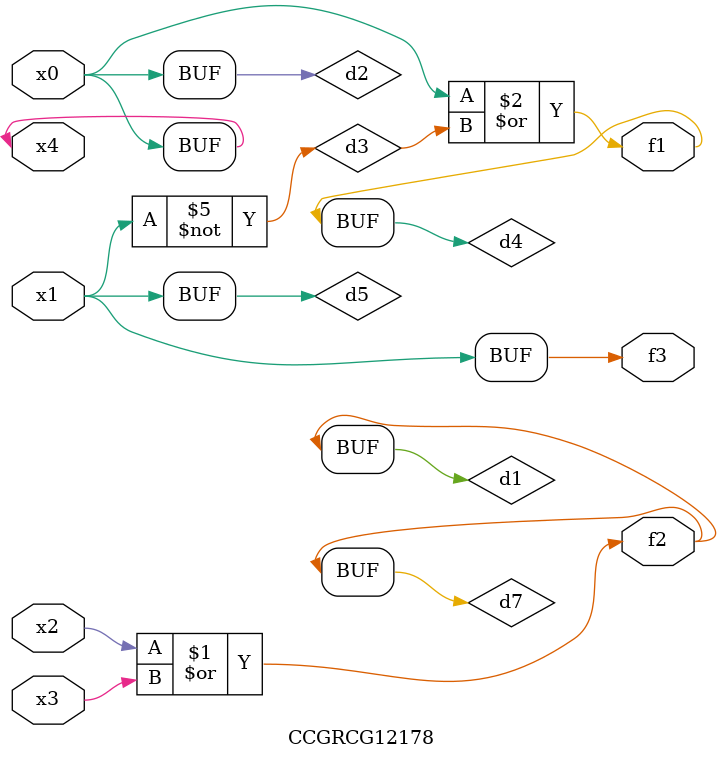
<source format=v>
module CCGRCG12178(
	input x0, x1, x2, x3, x4,
	output f1, f2, f3
);

	wire d1, d2, d3, d4, d5, d6, d7;

	or (d1, x2, x3);
	buf (d2, x0, x4);
	not (d3, x1);
	or (d4, d2, d3);
	not (d5, d3);
	nand (d6, d1, d3);
	or (d7, d1);
	assign f1 = d4;
	assign f2 = d7;
	assign f3 = d5;
endmodule

</source>
